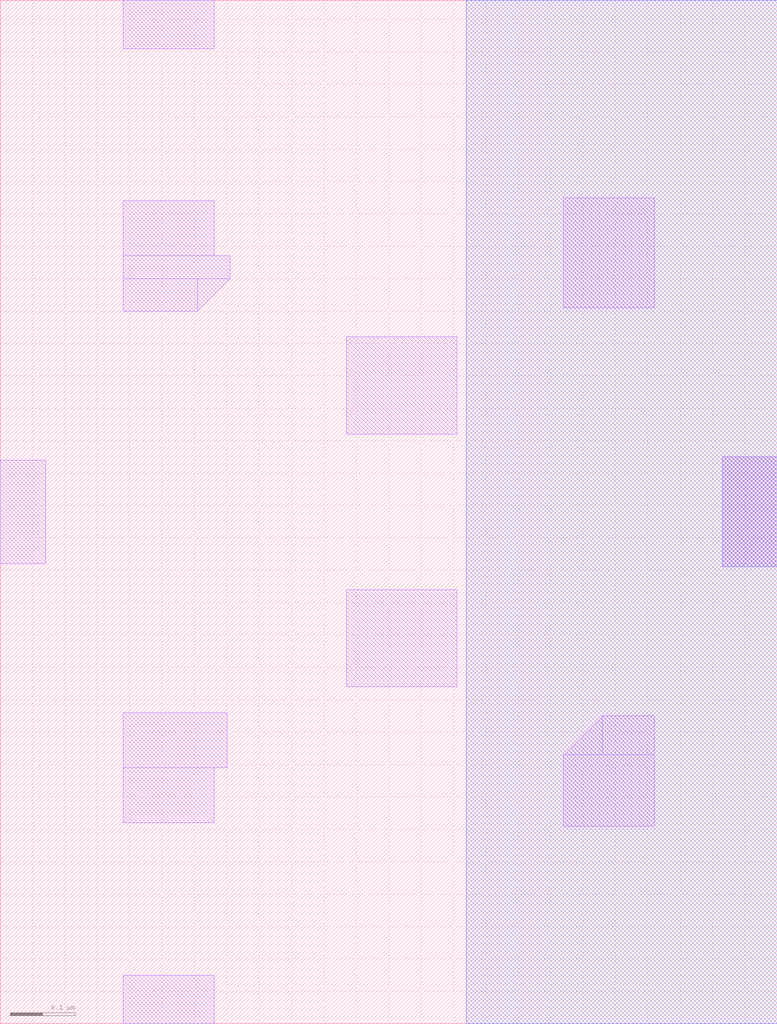
<source format=lef>
VERSION 5.7 ;
  NOWIREEXTENSIONATPIN ON ;
  DIVIDERCHAR "/" ;
  BUSBITCHARS "[]" ;
MACRO sky130_fd_bd_sram__sram_sp_cell
  CLASS BLOCK ;
  FOREIGN sky130_fd_bd_sram__sram_sp_cell ;
  ORIGIN 0.000 0.000 ;
  SIZE 1.200 BY 1.580 ;
  OBS
      LAYER nwell ;
        RECT 0.720 0.000 1.200 1.580 ;
      LAYER li1 ;
        RECT 0.190 1.505 0.330 1.580 ;
        RECT 0.190 1.185 0.330 1.270 ;
        RECT 0.190 1.150 0.355 1.185 ;
        RECT 0.190 1.100 0.305 1.150 ;
        POLYGON 0.305 1.150 0.355 1.150 0.305 1.100 ;
        RECT 0.870 1.105 1.010 1.275 ;
        RECT 0.535 0.910 0.705 1.060 ;
        RECT 0.000 0.710 0.070 0.870 ;
        RECT 1.115 0.705 1.200 0.875 ;
        RECT 0.535 0.520 0.705 0.670 ;
        RECT 0.190 0.395 0.350 0.480 ;
        POLYGON 0.930 0.475 0.930 0.415 0.870 0.415 ;
        RECT 0.930 0.415 1.010 0.475 ;
        RECT 0.190 0.310 0.330 0.395 ;
        RECT 0.870 0.305 1.010 0.415 ;
        RECT 0.190 0.000 0.330 0.075 ;
      LAYER met1 ;
        RECT 1.115 0.705 1.200 0.875 ;
  END
END sky130_fd_bd_sram__sram_sp_cell
END LIBRARY


</source>
